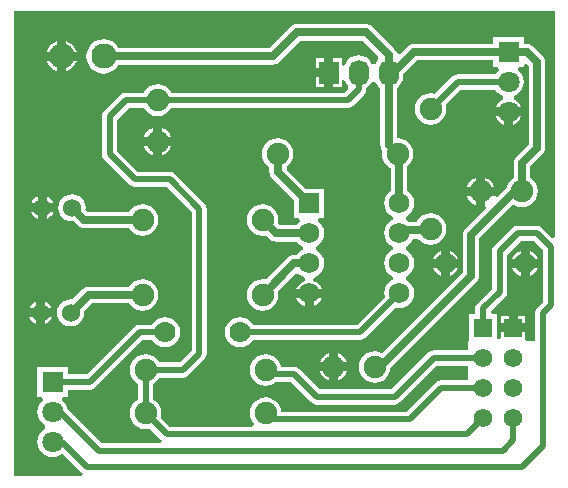
<source format=gbl>
G04 Layer_Physical_Order=2*
G04 Layer_Color=11436288*
%FSAX25Y25*%
%MOIN*%
G70*
G01*
G75*
%ADD10C,0.02000*%
%ADD11C,0.02500*%
%ADD12C,0.08386*%
%ADD13C,0.07500*%
%ADD14C,0.06000*%
%ADD15R,0.07087X0.07087*%
%ADD16C,0.07087*%
%ADD17C,0.06200*%
%ADD18R,0.06200X0.06200*%
%ADD19R,0.06693X0.07693*%
%ADD20O,0.06693X0.08693*%
%ADD21C,0.07000*%
%ADD22C,0.06906*%
%ADD23R,0.06906X0.06906*%
G36*
X0285000Y0177411D02*
X0284076Y0177029D01*
X0280802Y0180302D01*
X0279976Y0180855D01*
X0279000Y0181049D01*
X0272500D01*
X0271525Y0180855D01*
X0270698Y0180302D01*
X0264698Y0174302D01*
X0264145Y0173476D01*
X0263951Y0172500D01*
Y0160056D01*
X0259198Y0155302D01*
X0258645Y0154475D01*
X0258451Y0153500D01*
Y0151600D01*
X0256400D01*
Y0142504D01*
X0256004D01*
X0256000Y0142500D01*
Y0139549D01*
X0244500D01*
X0243525Y0139355D01*
X0242698Y0138802D01*
X0230444Y0126549D01*
X0206556D01*
X0199803Y0133302D01*
X0198976Y0133855D01*
X0198000Y0134049D01*
X0193657D01*
X0193615Y0134370D01*
X0193086Y0135647D01*
X0192244Y0136744D01*
X0191148Y0137585D01*
X0189871Y0138115D01*
X0188500Y0138295D01*
X0187129Y0138115D01*
X0185852Y0137585D01*
X0184756Y0136744D01*
X0183914Y0135647D01*
X0183385Y0134370D01*
X0183205Y0133000D01*
X0183385Y0131629D01*
X0183914Y0130352D01*
X0184756Y0129255D01*
X0185852Y0128414D01*
X0187129Y0127885D01*
X0188500Y0127704D01*
X0189871Y0127885D01*
X0191148Y0128414D01*
X0191847Y0128951D01*
X0196944D01*
X0203698Y0122198D01*
X0204524Y0121645D01*
X0205500Y0121451D01*
X0231500D01*
X0232475Y0121645D01*
X0233302Y0122198D01*
X0245556Y0134451D01*
X0256000D01*
Y0129549D01*
X0247000D01*
X0246024Y0129355D01*
X0245198Y0128802D01*
X0235444Y0119049D01*
X0193723D01*
X0193615Y0119870D01*
X0193086Y0121147D01*
X0192244Y0122244D01*
X0191148Y0123085D01*
X0189871Y0123615D01*
X0188500Y0123795D01*
X0187129Y0123615D01*
X0185852Y0123085D01*
X0184756Y0122244D01*
X0183914Y0121147D01*
X0183385Y0119870D01*
X0183205Y0118500D01*
X0183385Y0117129D01*
X0183914Y0115852D01*
X0184530Y0115049D01*
X0184131Y0114049D01*
X0156555D01*
X0153574Y0117031D01*
X0153615Y0117129D01*
X0153795Y0118500D01*
X0153615Y0119870D01*
X0153086Y0121147D01*
X0152244Y0122244D01*
X0151148Y0123085D01*
X0151049Y0123126D01*
Y0128373D01*
X0151148Y0128414D01*
X0152244Y0129255D01*
X0153086Y0130352D01*
X0153127Y0130451D01*
X0161000D01*
X0161975Y0130645D01*
X0162802Y0131197D01*
X0168253Y0136649D01*
X0168806Y0137476D01*
X0169000Y0138451D01*
Y0186549D01*
X0168806Y0187524D01*
X0168253Y0188351D01*
X0158302Y0198302D01*
X0157475Y0198855D01*
X0156500Y0199049D01*
X0146056D01*
X0139049Y0206056D01*
Y0216444D01*
X0142946Y0220341D01*
X0147873D01*
X0147914Y0220243D01*
X0148755Y0219146D01*
X0149852Y0218304D01*
X0151129Y0217775D01*
X0152499Y0217595D01*
X0153870Y0217775D01*
X0155147Y0218304D01*
X0156244Y0219146D01*
X0157085Y0220243D01*
X0157126Y0220341D01*
X0215890D01*
X0216866Y0220535D01*
X0217693Y0221088D01*
X0221302Y0224698D01*
X0221855Y0225525D01*
X0222049Y0226500D01*
Y0226847D01*
X0222956Y0227543D01*
X0223733Y0228556D01*
X0223959Y0229100D01*
X0225041D01*
X0225267Y0228556D01*
X0226044Y0227543D01*
X0226726Y0227020D01*
Y0208000D01*
X0226821Y0207282D01*
X0227098Y0206613D01*
X0227370Y0206258D01*
X0227205Y0205000D01*
X0227385Y0203629D01*
X0227914Y0202352D01*
X0228756Y0201255D01*
X0229852Y0200414D01*
X0230226Y0200259D01*
Y0192614D01*
X0229468Y0192032D01*
X0228674Y0190998D01*
X0228175Y0189793D01*
X0228005Y0188500D01*
X0228175Y0187207D01*
X0228674Y0186002D01*
X0229468Y0184968D01*
X0230502Y0184174D01*
X0230822Y0184041D01*
Y0182959D01*
X0230502Y0182826D01*
X0229468Y0182032D01*
X0228674Y0180998D01*
X0228175Y0179793D01*
X0228005Y0178500D01*
X0228175Y0177207D01*
X0228674Y0176002D01*
X0229468Y0174968D01*
X0230502Y0174174D01*
X0230822Y0174041D01*
Y0172959D01*
X0230502Y0172826D01*
X0229468Y0172032D01*
X0228674Y0170998D01*
X0228175Y0169793D01*
X0228005Y0168500D01*
X0228175Y0167207D01*
X0228674Y0166002D01*
X0229468Y0164968D01*
X0230502Y0164174D01*
X0230822Y0164041D01*
Y0162959D01*
X0230502Y0162826D01*
X0229468Y0162032D01*
X0228674Y0160998D01*
X0228175Y0159793D01*
X0228005Y0158500D01*
X0228166Y0157271D01*
X0218944Y0148049D01*
X0184346D01*
X0183566Y0149066D01*
X0182522Y0149867D01*
X0181305Y0150371D01*
X0180000Y0150543D01*
X0178695Y0150371D01*
X0177478Y0149867D01*
X0176434Y0149066D01*
X0175633Y0148022D01*
X0175129Y0146805D01*
X0174957Y0145500D01*
X0175129Y0144195D01*
X0175633Y0142978D01*
X0176434Y0141934D01*
X0177478Y0141132D01*
X0178695Y0140629D01*
X0180000Y0140457D01*
X0181305Y0140629D01*
X0182522Y0141132D01*
X0183566Y0141934D01*
X0184346Y0142951D01*
X0220000D01*
X0220975Y0143145D01*
X0221802Y0143698D01*
X0231771Y0153666D01*
X0233000Y0153505D01*
X0234293Y0153675D01*
X0235498Y0154174D01*
X0236532Y0154968D01*
X0237326Y0156002D01*
X0237825Y0157207D01*
X0237996Y0158500D01*
X0237825Y0159793D01*
X0237326Y0160998D01*
X0236532Y0162032D01*
X0235498Y0162826D01*
X0235178Y0162959D01*
Y0164041D01*
X0235498Y0164174D01*
X0236532Y0164968D01*
X0237326Y0166002D01*
X0237825Y0167207D01*
X0237996Y0168500D01*
X0237825Y0169793D01*
X0237326Y0170998D01*
X0236532Y0172032D01*
X0235498Y0172826D01*
X0235178Y0172959D01*
Y0174041D01*
X0235498Y0174174D01*
X0236532Y0174968D01*
X0237326Y0176002D01*
X0237626Y0176726D01*
X0239395D01*
X0239756Y0176256D01*
X0240853Y0175414D01*
X0242130Y0174885D01*
X0243500Y0174705D01*
X0244871Y0174885D01*
X0246148Y0175414D01*
X0247245Y0176256D01*
X0248086Y0177352D01*
X0248615Y0178630D01*
X0248796Y0180000D01*
X0248615Y0181370D01*
X0248086Y0182648D01*
X0247245Y0183744D01*
X0246148Y0184586D01*
X0244871Y0185115D01*
X0243500Y0185295D01*
X0242130Y0185115D01*
X0240853Y0184586D01*
X0239756Y0183744D01*
X0238914Y0182648D01*
X0238760Y0182274D01*
X0236218D01*
X0235498Y0182826D01*
X0235178Y0182959D01*
Y0184041D01*
X0235498Y0184174D01*
X0236532Y0184968D01*
X0237326Y0186002D01*
X0237825Y0187207D01*
X0237996Y0188500D01*
X0237825Y0189793D01*
X0237326Y0190998D01*
X0236532Y0192032D01*
X0235774Y0192614D01*
Y0200894D01*
X0236244Y0201255D01*
X0237086Y0202352D01*
X0237615Y0203629D01*
X0237795Y0205000D01*
X0237615Y0206370D01*
X0237086Y0207647D01*
X0236244Y0208744D01*
X0235148Y0209585D01*
X0233871Y0210115D01*
X0232500Y0210295D01*
X0232274Y0210493D01*
Y0227020D01*
X0232957Y0227543D01*
X0233733Y0228556D01*
X0234222Y0229735D01*
X0234388Y0231000D01*
Y0231466D01*
X0239149Y0236226D01*
X0264457D01*
Y0233957D01*
X0266033D01*
X0266372Y0232957D01*
X0265903Y0232597D01*
X0265099Y0231549D01*
X0252500D01*
X0251524Y0231355D01*
X0250698Y0230802D01*
X0244969Y0225074D01*
X0244871Y0225115D01*
X0243500Y0225295D01*
X0242130Y0225115D01*
X0240853Y0224586D01*
X0239756Y0223744D01*
X0238914Y0222648D01*
X0238385Y0221371D01*
X0238205Y0220000D01*
X0238385Y0218630D01*
X0238914Y0217352D01*
X0239756Y0216256D01*
X0240853Y0215414D01*
X0242130Y0214885D01*
X0243500Y0214705D01*
X0244871Y0214885D01*
X0246148Y0215414D01*
X0247245Y0216256D01*
X0248086Y0217352D01*
X0248615Y0218630D01*
X0248796Y0220000D01*
X0248615Y0221371D01*
X0248574Y0221469D01*
X0253556Y0226451D01*
X0265099D01*
X0265903Y0225403D01*
X0266957Y0224595D01*
X0267739Y0224271D01*
Y0223188D01*
X0267209Y0222969D01*
X0266260Y0222240D01*
X0265531Y0221291D01*
X0265204Y0220500D01*
X0273796D01*
X0273469Y0221291D01*
X0272740Y0222240D01*
X0271791Y0222969D01*
X0271261Y0223188D01*
Y0224271D01*
X0272043Y0224595D01*
X0273097Y0225403D01*
X0273905Y0226457D01*
X0274413Y0227683D01*
X0274587Y0229000D01*
X0274413Y0230317D01*
X0273905Y0231543D01*
X0273097Y0232597D01*
X0272628Y0232957D01*
X0272968Y0233957D01*
X0274543D01*
Y0234728D01*
X0275467Y0235110D01*
X0276226Y0234351D01*
Y0208149D01*
X0272039Y0203961D01*
X0271598Y0203387D01*
X0271483Y0203110D01*
X0271321Y0202718D01*
X0271226Y0202000D01*
Y0197002D01*
X0270241Y0196246D01*
X0269399Y0195149D01*
X0268870Y0193872D01*
X0268858Y0193781D01*
X0265617Y0190540D01*
X0264927Y0191001D01*
X0261706D01*
Y0187780D01*
X0262167Y0187090D01*
X0254991Y0179914D01*
X0254550Y0179339D01*
X0254436Y0179062D01*
X0254273Y0178670D01*
X0254179Y0177953D01*
Y0165601D01*
X0227273Y0138696D01*
X0226261Y0139116D01*
X0224890Y0139296D01*
X0223520Y0139116D01*
X0222243Y0138586D01*
X0221146Y0137745D01*
X0220304Y0136648D01*
X0219775Y0135371D01*
X0219595Y0134001D01*
X0219775Y0132630D01*
X0220304Y0131353D01*
X0221146Y0130256D01*
X0222243Y0129415D01*
X0223520Y0128886D01*
X0224890Y0128705D01*
X0226261Y0128886D01*
X0227538Y0129415D01*
X0228635Y0130256D01*
X0229476Y0131353D01*
X0230005Y0132630D01*
X0230150Y0133727D01*
X0258914Y0162491D01*
X0259355Y0163066D01*
X0259632Y0163735D01*
X0259726Y0164453D01*
Y0176804D01*
X0271055Y0188132D01*
X0271338Y0187915D01*
X0272615Y0187386D01*
X0273985Y0187206D01*
X0275356Y0187386D01*
X0276633Y0187915D01*
X0277730Y0188757D01*
X0278571Y0189854D01*
X0279100Y0191131D01*
X0279280Y0192501D01*
X0279100Y0193872D01*
X0278571Y0195149D01*
X0277730Y0196246D01*
X0276774Y0196979D01*
Y0200851D01*
X0280961Y0205039D01*
X0281402Y0205613D01*
X0281679Y0206282D01*
X0281774Y0207000D01*
Y0235500D01*
X0281679Y0236218D01*
X0281402Y0236887D01*
X0280961Y0237461D01*
X0277461Y0240961D01*
X0276887Y0241402D01*
X0276610Y0241517D01*
X0276218Y0241679D01*
X0275500Y0241774D01*
X0274543D01*
Y0244043D01*
X0264457D01*
Y0241774D01*
X0238000D01*
X0237282Y0241679D01*
X0236613Y0241402D01*
X0236039Y0240961D01*
X0233259Y0238181D01*
X0232203Y0238540D01*
X0232179Y0238718D01*
X0231902Y0239387D01*
X0231461Y0239961D01*
X0223961Y0247461D01*
X0223387Y0247902D01*
X0223110Y0248017D01*
X0222718Y0248179D01*
X0222000Y0248274D01*
X0199000D01*
X0198282Y0248179D01*
X0197613Y0247902D01*
X0197039Y0247461D01*
X0189851Y0240274D01*
X0139513D01*
X0139473Y0240371D01*
X0138560Y0241560D01*
X0137371Y0242473D01*
X0135986Y0243046D01*
X0134500Y0243242D01*
X0133014Y0243046D01*
X0131629Y0242473D01*
X0130440Y0241560D01*
X0129527Y0240371D01*
X0128954Y0238986D01*
X0128758Y0237500D01*
X0128954Y0236014D01*
X0129527Y0234629D01*
X0130440Y0233440D01*
X0131629Y0232527D01*
X0133014Y0231954D01*
X0134500Y0231758D01*
X0135986Y0231954D01*
X0137371Y0232527D01*
X0138560Y0233440D01*
X0139473Y0234629D01*
X0139513Y0234726D01*
X0191000D01*
X0191718Y0234821D01*
X0192110Y0234983D01*
X0192387Y0235098D01*
X0192961Y0235539D01*
X0200149Y0242726D01*
X0220851D01*
X0226117Y0237460D01*
X0226051Y0236463D01*
X0226044Y0236456D01*
X0225267Y0235444D01*
X0225041Y0234900D01*
X0223959D01*
X0223733Y0235444D01*
X0222956Y0236456D01*
X0221944Y0237233D01*
X0220765Y0237722D01*
X0219500Y0237888D01*
X0218235Y0237722D01*
X0217056Y0237233D01*
X0216043Y0236456D01*
X0215267Y0235444D01*
X0214778Y0234265D01*
X0213846Y0234499D01*
Y0236846D01*
X0211000D01*
Y0232000D01*
Y0227153D01*
X0213846D01*
Y0229501D01*
X0214778Y0229735D01*
X0215267Y0228556D01*
X0216043Y0227543D01*
X0216098Y0226703D01*
X0214834Y0225439D01*
X0157126D01*
X0157085Y0225538D01*
X0156244Y0226635D01*
X0155147Y0227476D01*
X0153870Y0228005D01*
X0152499Y0228186D01*
X0151129Y0228005D01*
X0149852Y0227476D01*
X0148755Y0226635D01*
X0147914Y0225538D01*
X0147873Y0225439D01*
X0141890D01*
X0140915Y0225245D01*
X0140088Y0224693D01*
X0134698Y0219302D01*
X0134145Y0218476D01*
X0133951Y0217500D01*
Y0205000D01*
X0134145Y0204025D01*
X0134698Y0203198D01*
X0143198Y0194698D01*
X0144025Y0194145D01*
X0145000Y0193951D01*
X0155444D01*
X0163902Y0185493D01*
Y0139507D01*
X0159944Y0135549D01*
X0153127D01*
X0153086Y0135647D01*
X0152244Y0136744D01*
X0151148Y0137585D01*
X0149871Y0138115D01*
X0148500Y0138295D01*
X0147129Y0138115D01*
X0145852Y0137585D01*
X0144756Y0136744D01*
X0143914Y0135647D01*
X0143385Y0134370D01*
X0143205Y0133000D01*
X0143385Y0131629D01*
X0143914Y0130352D01*
X0144756Y0129255D01*
X0145852Y0128414D01*
X0145951Y0128373D01*
Y0123126D01*
X0145852Y0123085D01*
X0144756Y0122244D01*
X0143914Y0121147D01*
X0143385Y0119870D01*
X0143205Y0118500D01*
X0143385Y0117129D01*
X0143914Y0115852D01*
X0144756Y0114755D01*
X0145852Y0113914D01*
X0147129Y0113385D01*
X0148500Y0113204D01*
X0149871Y0113385D01*
X0149969Y0113426D01*
X0153697Y0109698D01*
X0153920Y0109549D01*
X0153616Y0108549D01*
X0134056D01*
X0122432Y0120172D01*
X0122414Y0120317D01*
X0121905Y0121543D01*
X0121097Y0122597D01*
X0120628Y0122957D01*
X0120967Y0123957D01*
X0122543D01*
Y0126451D01*
X0130000D01*
X0130975Y0126645D01*
X0131802Y0127198D01*
X0147556Y0142951D01*
X0150654D01*
X0151434Y0141934D01*
X0152478Y0141132D01*
X0153695Y0140629D01*
X0155000Y0140457D01*
X0156305Y0140629D01*
X0157522Y0141132D01*
X0158566Y0141934D01*
X0159368Y0142978D01*
X0159871Y0144195D01*
X0160043Y0145500D01*
X0159871Y0146805D01*
X0159368Y0148022D01*
X0158566Y0149066D01*
X0157522Y0149867D01*
X0156305Y0150371D01*
X0155000Y0150543D01*
X0153695Y0150371D01*
X0152478Y0149867D01*
X0151434Y0149066D01*
X0150654Y0148049D01*
X0146500D01*
X0145525Y0147855D01*
X0144698Y0147302D01*
X0128944Y0131549D01*
X0122543D01*
Y0134043D01*
X0112457D01*
Y0123957D01*
X0114032D01*
X0114372Y0122957D01*
X0113903Y0122597D01*
X0113095Y0121543D01*
X0112586Y0120317D01*
X0112413Y0119000D01*
X0112586Y0117683D01*
X0113095Y0116457D01*
X0113903Y0115403D01*
X0114957Y0114595D01*
X0115086Y0114541D01*
Y0113459D01*
X0114957Y0113405D01*
X0113903Y0112597D01*
X0113095Y0111543D01*
X0112586Y0110317D01*
X0112413Y0109000D01*
X0112586Y0107683D01*
X0113095Y0106457D01*
X0113903Y0105403D01*
X0114957Y0104595D01*
X0116183Y0104086D01*
X0117500Y0103913D01*
X0118817Y0104086D01*
X0120043Y0104595D01*
X0120755Y0105140D01*
X0127198Y0098698D01*
X0127493Y0098500D01*
X0127190Y0097500D01*
X0104500D01*
Y0252500D01*
X0285000D01*
Y0177411D01*
D02*
G37*
G36*
X0280951Y0172944D02*
Y0155556D01*
X0279198Y0153802D01*
X0278645Y0152975D01*
X0278451Y0152000D01*
Y0142504D01*
X0275936D01*
X0275100Y0142900D01*
X0275100Y0143504D01*
Y0145500D01*
X0266900D01*
Y0143746D01*
X0266410Y0143348D01*
X0265900Y0143185D01*
X0265600Y0143368D01*
Y0151600D01*
X0263925D01*
X0263705Y0152600D01*
X0268302Y0157198D01*
X0268855Y0158025D01*
X0269049Y0159000D01*
Y0171444D01*
X0273556Y0175951D01*
X0277944D01*
X0280951Y0172944D01*
D02*
G37*
%LPC*%
G36*
X0207198Y0157000D02*
X0204500D01*
Y0154302D01*
X0205246Y0154611D01*
X0206176Y0155324D01*
X0206890Y0156254D01*
X0207198Y0157000D01*
D02*
G37*
G36*
X0252749Y0167000D02*
X0250000D01*
Y0164251D01*
X0250769Y0164569D01*
X0251709Y0165291D01*
X0252431Y0166231D01*
X0252749Y0167000D01*
D02*
G37*
G36*
X0147500Y0163296D02*
X0146130Y0163115D01*
X0144852Y0162586D01*
X0143756Y0161745D01*
X0143011Y0160774D01*
X0129500D01*
X0128782Y0160679D01*
X0128113Y0160402D01*
X0127539Y0159962D01*
X0124045Y0156467D01*
X0123500Y0156539D01*
X0122325Y0156384D01*
X0121231Y0155931D01*
X0120291Y0155209D01*
X0119569Y0154269D01*
X0119116Y0153175D01*
X0118961Y0152000D01*
X0119116Y0150825D01*
X0119569Y0149731D01*
X0120291Y0148791D01*
X0121231Y0148069D01*
X0122325Y0147616D01*
X0123500Y0147461D01*
X0124675Y0147616D01*
X0125769Y0148069D01*
X0126709Y0148791D01*
X0127431Y0149731D01*
X0127884Y0150825D01*
X0128039Y0152000D01*
X0127967Y0152544D01*
X0130649Y0155227D01*
X0143011D01*
X0143756Y0154256D01*
X0144852Y0153414D01*
X0146130Y0152885D01*
X0147500Y0152705D01*
X0148871Y0152885D01*
X0150148Y0153414D01*
X0151244Y0154256D01*
X0152086Y0155353D01*
X0152615Y0156630D01*
X0152795Y0158000D01*
X0152615Y0159371D01*
X0152086Y0160648D01*
X0151244Y0161745D01*
X0150148Y0162586D01*
X0148871Y0163115D01*
X0147500Y0163296D01*
D02*
G37*
G36*
X0247000Y0167000D02*
X0244251D01*
X0244569Y0166231D01*
X0245291Y0165291D01*
X0246231Y0164569D01*
X0247000Y0164251D01*
Y0167000D01*
D02*
G37*
G36*
X0250000Y0172749D02*
Y0170000D01*
X0252749D01*
X0252431Y0170769D01*
X0251709Y0171709D01*
X0250769Y0172431D01*
X0250000Y0172749D01*
D02*
G37*
G36*
X0273500D02*
X0272731Y0172431D01*
X0271791Y0171709D01*
X0271069Y0170769D01*
X0270751Y0170000D01*
X0273500D01*
Y0172749D01*
D02*
G37*
G36*
X0247000D02*
X0246231Y0172431D01*
X0245291Y0171709D01*
X0244569Y0170769D01*
X0244251Y0170000D01*
X0247000D01*
Y0172749D01*
D02*
G37*
G36*
X0273500Y0167000D02*
X0270751D01*
X0271069Y0166231D01*
X0271791Y0165291D01*
X0272731Y0164569D01*
X0273500Y0164251D01*
Y0167000D01*
D02*
G37*
G36*
X0279249D02*
X0276500D01*
Y0164251D01*
X0277269Y0164569D01*
X0278209Y0165291D01*
X0278931Y0166231D01*
X0279249Y0167000D01*
D02*
G37*
G36*
X0201500Y0157000D02*
X0198802D01*
X0199110Y0156254D01*
X0199824Y0155324D01*
X0200754Y0154611D01*
X0201500Y0154302D01*
Y0157000D01*
D02*
G37*
G36*
X0212611Y0138521D02*
Y0135501D01*
X0215631D01*
X0215260Y0136396D01*
X0214499Y0137388D01*
X0213507Y0138150D01*
X0212611Y0138521D01*
D02*
G37*
G36*
X0112000Y0150500D02*
X0109792D01*
X0110006Y0149983D01*
X0110647Y0149147D01*
X0111483Y0148506D01*
X0112000Y0148292D01*
Y0150500D01*
D02*
G37*
G36*
X0209611Y0138521D02*
X0208716Y0138150D01*
X0207723Y0137388D01*
X0206962Y0136396D01*
X0206591Y0135501D01*
X0209611D01*
Y0138521D01*
D02*
G37*
G36*
Y0132501D02*
X0206591D01*
X0206962Y0131605D01*
X0207723Y0130613D01*
X0208716Y0129851D01*
X0209611Y0129481D01*
Y0132501D01*
D02*
G37*
G36*
X0215631D02*
X0212611D01*
Y0129481D01*
X0213507Y0129851D01*
X0214499Y0130613D01*
X0215260Y0131605D01*
X0215631Y0132501D01*
D02*
G37*
G36*
X0112000Y0155708D02*
X0111483Y0155494D01*
X0110647Y0154853D01*
X0110006Y0154017D01*
X0109792Y0153500D01*
X0112000D01*
Y0155708D01*
D02*
G37*
G36*
X0115000D02*
Y0153500D01*
X0117208D01*
X0116994Y0154017D01*
X0116353Y0154853D01*
X0115517Y0155494D01*
X0115000Y0155708D01*
D02*
G37*
G36*
X0275100Y0151100D02*
X0272500D01*
Y0148500D01*
X0275100D01*
Y0151100D01*
D02*
G37*
G36*
X0117208Y0150500D02*
X0115000D01*
Y0148292D01*
X0115517Y0148506D01*
X0116353Y0149147D01*
X0116994Y0149983D01*
X0117208Y0150500D01*
D02*
G37*
G36*
X0269500Y0151100D02*
X0266900D01*
Y0148500D01*
X0269500D01*
Y0151100D01*
D02*
G37*
G36*
X0276500Y0172749D02*
Y0170000D01*
X0279249D01*
X0278931Y0170769D01*
X0278209Y0171709D01*
X0277269Y0172431D01*
X0276500Y0172749D01*
D02*
G37*
G36*
X0273796Y0217500D02*
X0271000D01*
Y0214704D01*
X0271791Y0215031D01*
X0272740Y0215760D01*
X0273469Y0216709D01*
X0273796Y0217500D01*
D02*
G37*
G36*
X0208000Y0230500D02*
X0205154D01*
Y0227153D01*
X0208000D01*
Y0230500D01*
D02*
G37*
G36*
X0268000Y0217500D02*
X0265204D01*
X0265531Y0216709D01*
X0266260Y0215760D01*
X0267209Y0215031D01*
X0268000Y0214704D01*
Y0217500D01*
D02*
G37*
G36*
X0150999Y0213631D02*
X0150104Y0213260D01*
X0149112Y0212499D01*
X0148350Y0211507D01*
X0147979Y0210611D01*
X0150999D01*
Y0213631D01*
D02*
G37*
G36*
X0153999D02*
Y0210611D01*
X0157019D01*
X0156649Y0211507D01*
X0155887Y0212499D01*
X0154895Y0213260D01*
X0153999Y0213631D01*
D02*
G37*
G36*
X0119000Y0242499D02*
X0117881Y0242036D01*
X0116796Y0241204D01*
X0115964Y0240119D01*
X0115500Y0239000D01*
X0119000D01*
Y0242499D01*
D02*
G37*
G36*
X0122000D02*
Y0239000D01*
X0125499D01*
X0125036Y0240119D01*
X0124204Y0241204D01*
X0123119Y0242036D01*
X0122000Y0242499D01*
D02*
G37*
G36*
X0208000Y0236846D02*
X0205154D01*
Y0233500D01*
X0208000D01*
Y0236846D01*
D02*
G37*
G36*
X0119000Y0236000D02*
X0115500D01*
X0115964Y0234881D01*
X0116796Y0233796D01*
X0117881Y0232964D01*
X0119000Y0232501D01*
Y0236000D01*
D02*
G37*
G36*
X0125499D02*
X0122000D01*
Y0232501D01*
X0123119Y0232964D01*
X0124204Y0233796D01*
X0125036Y0234881D01*
X0125499Y0236000D01*
D02*
G37*
G36*
X0157019Y0207611D02*
X0153999D01*
Y0204591D01*
X0154895Y0204962D01*
X0155887Y0205723D01*
X0156649Y0206715D01*
X0157019Y0207611D01*
D02*
G37*
G36*
X0117708Y0185500D02*
X0115500D01*
Y0183292D01*
X0116017Y0183506D01*
X0116853Y0184147D01*
X0117494Y0184983D01*
X0117708Y0185500D01*
D02*
G37*
G36*
X0258706Y0191001D02*
X0255686D01*
X0256057Y0190106D01*
X0256818Y0189113D01*
X0257810Y0188352D01*
X0258706Y0187981D01*
Y0191001D01*
D02*
G37*
G36*
X0112500Y0185500D02*
X0110292D01*
X0110506Y0184983D01*
X0111147Y0184147D01*
X0111983Y0183506D01*
X0112500Y0183292D01*
Y0185500D01*
D02*
G37*
G36*
X0124000Y0191539D02*
X0122825Y0191384D01*
X0121731Y0190931D01*
X0120791Y0190209D01*
X0120069Y0189269D01*
X0119616Y0188175D01*
X0119461Y0187000D01*
X0119616Y0185825D01*
X0120069Y0184731D01*
X0120791Y0183791D01*
X0121731Y0183069D01*
X0122825Y0182616D01*
X0124000Y0182461D01*
X0124545Y0182533D01*
X0126038Y0181039D01*
X0126613Y0180598D01*
X0126890Y0180483D01*
X0127282Y0180321D01*
X0128000Y0180227D01*
X0143011D01*
X0143756Y0179256D01*
X0144852Y0178414D01*
X0146130Y0177885D01*
X0147500Y0177705D01*
X0148871Y0177885D01*
X0150148Y0178414D01*
X0151244Y0179256D01*
X0152086Y0180353D01*
X0152615Y0181630D01*
X0152795Y0183000D01*
X0152615Y0184371D01*
X0152086Y0185648D01*
X0151244Y0186745D01*
X0150148Y0187586D01*
X0148871Y0188115D01*
X0147500Y0188296D01*
X0146130Y0188115D01*
X0144852Y0187586D01*
X0143756Y0186745D01*
X0143011Y0185774D01*
X0129149D01*
X0128467Y0186456D01*
X0128539Y0187000D01*
X0128384Y0188175D01*
X0127931Y0189269D01*
X0127209Y0190209D01*
X0126269Y0190931D01*
X0125175Y0191384D01*
X0124000Y0191539D01*
D02*
G37*
G36*
X0192500Y0210295D02*
X0191130Y0210115D01*
X0189852Y0209585D01*
X0188756Y0208744D01*
X0187914Y0207647D01*
X0187385Y0206370D01*
X0187205Y0205000D01*
X0187385Y0203629D01*
X0187914Y0202352D01*
X0188756Y0201255D01*
X0189726Y0200511D01*
Y0199000D01*
X0189821Y0198282D01*
X0189983Y0197890D01*
X0190098Y0197613D01*
X0190539Y0197039D01*
X0198047Y0189530D01*
Y0183547D01*
X0199799D01*
X0200139Y0182547D01*
X0199468Y0182032D01*
X0198886Y0181274D01*
X0193406D01*
X0192674Y0182077D01*
X0192795Y0183000D01*
X0192615Y0184371D01*
X0192086Y0185648D01*
X0191244Y0186745D01*
X0190148Y0187586D01*
X0188871Y0188115D01*
X0187500Y0188296D01*
X0186129Y0188115D01*
X0184852Y0187586D01*
X0183756Y0186745D01*
X0182914Y0185648D01*
X0182385Y0184371D01*
X0182205Y0183000D01*
X0182385Y0181630D01*
X0182914Y0180353D01*
X0183756Y0179256D01*
X0184852Y0178414D01*
X0186129Y0177885D01*
X0187500Y0177705D01*
X0188713Y0177865D01*
X0190039Y0176539D01*
X0190613Y0176098D01*
X0191282Y0175821D01*
X0192000Y0175726D01*
X0198886D01*
X0199468Y0174968D01*
X0200502Y0174174D01*
X0200822Y0174041D01*
Y0172959D01*
X0200502Y0172826D01*
X0199468Y0172032D01*
X0198886Y0171274D01*
X0198000D01*
X0197282Y0171179D01*
X0196613Y0170902D01*
X0196038Y0170461D01*
X0188713Y0163136D01*
X0187500Y0163296D01*
X0186129Y0163115D01*
X0184852Y0162586D01*
X0183756Y0161745D01*
X0182914Y0160648D01*
X0182385Y0159371D01*
X0182205Y0158000D01*
X0182385Y0156630D01*
X0182914Y0155353D01*
X0183756Y0154256D01*
X0184852Y0153414D01*
X0186129Y0152885D01*
X0187500Y0152705D01*
X0188871Y0152885D01*
X0190148Y0153414D01*
X0191244Y0154256D01*
X0192086Y0155353D01*
X0192615Y0156630D01*
X0192795Y0158000D01*
X0192636Y0159213D01*
X0198463Y0165041D01*
X0199461Y0164976D01*
X0199468Y0164968D01*
X0200502Y0164174D01*
X0201496Y0163762D01*
X0201590Y0163038D01*
X0201529Y0162710D01*
X0200754Y0162390D01*
X0199824Y0161676D01*
X0199110Y0160746D01*
X0198802Y0160000D01*
X0207198D01*
X0206890Y0160746D01*
X0206176Y0161676D01*
X0205246Y0162390D01*
X0204471Y0162710D01*
X0204410Y0163038D01*
X0204504Y0163762D01*
X0205498Y0164174D01*
X0206532Y0164968D01*
X0207326Y0166002D01*
X0207825Y0167207D01*
X0207996Y0168500D01*
X0207825Y0169793D01*
X0207326Y0170998D01*
X0206532Y0172032D01*
X0205498Y0172826D01*
X0205178Y0172959D01*
Y0174041D01*
X0205498Y0174174D01*
X0206532Y0174968D01*
X0207326Y0176002D01*
X0207825Y0177207D01*
X0207996Y0178500D01*
X0207825Y0179793D01*
X0207326Y0180998D01*
X0206532Y0182032D01*
X0205861Y0182547D01*
X0206201Y0183547D01*
X0207953D01*
Y0193453D01*
X0201970D01*
X0195743Y0199680D01*
X0195814Y0200925D01*
X0196244Y0201255D01*
X0197086Y0202352D01*
X0197615Y0203629D01*
X0197795Y0205000D01*
X0197615Y0206370D01*
X0197086Y0207647D01*
X0196244Y0208744D01*
X0195148Y0209585D01*
X0193870Y0210115D01*
X0192500Y0210295D01*
D02*
G37*
G36*
X0261706Y0197021D02*
Y0194001D01*
X0264726D01*
X0264355Y0194897D01*
X0263594Y0195889D01*
X0262601Y0196650D01*
X0261706Y0197021D01*
D02*
G37*
G36*
X0150999Y0207611D02*
X0147979D01*
X0148350Y0206715D01*
X0149112Y0205723D01*
X0150104Y0204962D01*
X0150999Y0204591D01*
Y0207611D01*
D02*
G37*
G36*
X0258706Y0197021D02*
X0257810Y0196650D01*
X0256818Y0195889D01*
X0256057Y0194897D01*
X0255686Y0194001D01*
X0258706D01*
Y0197021D01*
D02*
G37*
G36*
X0112500Y0190708D02*
X0111983Y0190494D01*
X0111147Y0189853D01*
X0110506Y0189017D01*
X0110292Y0188500D01*
X0112500D01*
Y0190708D01*
D02*
G37*
G36*
X0115500D02*
Y0188500D01*
X0117708D01*
X0117494Y0189017D01*
X0116853Y0189853D01*
X0116017Y0190494D01*
X0115500Y0190708D01*
D02*
G37*
%LPD*%
D10*
X0252500Y0229000D02*
X0269500D01*
X0243500Y0220000D02*
X0252500Y0229000D01*
X0243500Y0218500D02*
Y0220000D01*
X0188500Y0131500D02*
X0198000D01*
X0244500Y0137000D02*
X0261000D01*
X0188500Y0116500D02*
X0236500D01*
X0247000Y0127000D01*
X0261000D01*
X0198000Y0131500D02*
X0205500Y0124000D01*
X0231500D01*
X0244500Y0137000D01*
X0117500Y0119000D02*
X0120000D01*
X0271000Y0109500D02*
Y0117000D01*
X0120000Y0119000D02*
X0133000Y0106000D01*
X0267500D01*
X0271000Y0109500D01*
X0117500Y0109000D02*
X0120500D01*
X0129000Y0100500D01*
X0274000D01*
X0281000Y0107500D01*
Y0152000D01*
X0148500Y0118500D02*
X0155500Y0111500D01*
X0255500D01*
X0261000Y0117000D01*
X0148500Y0118500D02*
Y0132000D01*
X0219500Y0226500D02*
Y0232000D01*
X0215890Y0222890D02*
X0219500Y0226500D01*
X0148500Y0133000D02*
X0161000D01*
X0152499Y0222890D02*
X0215890D01*
X0117500Y0129000D02*
X0130000D01*
X0146500Y0145500D01*
X0155000D01*
X0180000D02*
X0220000D01*
X0233000Y0158500D01*
X0141890Y0222890D02*
X0152499D01*
X0145000Y0196500D02*
X0156500D01*
X0136500Y0205000D02*
X0145000Y0196500D01*
X0136500Y0205000D02*
Y0217500D01*
X0141890Y0222890D01*
X0272500Y0178500D02*
X0279000D01*
X0283500Y0174000D01*
Y0154500D02*
Y0174000D01*
X0281000Y0152000D02*
X0283500Y0154500D01*
X0266500Y0172500D02*
X0272500Y0178500D01*
X0261000Y0147000D02*
Y0153500D01*
X0266500Y0159000D01*
Y0172500D01*
X0161000Y0133000D02*
X0166451Y0138451D01*
Y0186549D01*
X0156500Y0196500D02*
X0166451Y0186549D01*
D11*
X0233000Y0179500D02*
X0243500D01*
X0274000Y0202000D02*
X0279000Y0207000D01*
X0274000Y0192501D02*
Y0202000D01*
X0271501Y0192501D02*
X0274000D01*
X0232500Y0205000D02*
X0233000Y0204500D01*
Y0188500D02*
Y0204500D01*
X0192500Y0199000D02*
Y0205000D01*
Y0199000D02*
X0203000Y0188500D01*
X0192000Y0178500D02*
X0203000D01*
X0187500Y0183000D02*
X0192000Y0178500D01*
X0198000Y0168500D02*
X0203000D01*
X0187500Y0158000D02*
X0198000Y0168500D01*
X0129500Y0158000D02*
X0147500D01*
X0123500Y0152000D02*
X0129500Y0158000D01*
X0128000Y0183000D02*
X0147500D01*
X0124000Y0187000D02*
X0128000Y0183000D01*
X0229500Y0232000D02*
X0231000D01*
X0238000Y0239000D01*
X0229500Y0208000D02*
X0232500Y0205000D01*
X0229500Y0208000D02*
Y0232000D01*
X0134500Y0237500D02*
X0191000D01*
X0199000Y0245500D01*
X0222000D01*
X0229500Y0238000D01*
Y0232000D02*
Y0238000D01*
X0238000Y0239000D02*
X0275500D01*
X0279000Y0235500D01*
Y0207000D02*
Y0235500D01*
X0224890Y0134001D02*
X0226501D01*
X0256953Y0164453D01*
Y0177953D01*
X0271501Y0192501D01*
D12*
X0120500Y0237500D02*
D03*
X0134500D02*
D03*
D13*
X0243500Y0220000D02*
D03*
Y0180000D02*
D03*
X0187500Y0183000D02*
D03*
X0147500D02*
D03*
X0187500Y0158000D02*
D03*
X0147500D02*
D03*
X0260206Y0192501D02*
D03*
X0273985D02*
D03*
X0192500Y0205000D02*
D03*
X0232500D02*
D03*
X0148500Y0133000D02*
D03*
X0188500D02*
D03*
X0148500Y0118500D02*
D03*
X0188500D02*
D03*
X0211111Y0134001D02*
D03*
X0224890D02*
D03*
X0152499Y0209111D02*
D03*
Y0222890D02*
D03*
D14*
X0114000Y0187000D02*
D03*
X0124000D02*
D03*
X0113500Y0152000D02*
D03*
X0123500D02*
D03*
D15*
X0269500Y0239000D02*
D03*
X0117500Y0129000D02*
D03*
D16*
X0269500Y0229000D02*
D03*
Y0219000D02*
D03*
X0117500Y0119000D02*
D03*
Y0109000D02*
D03*
D17*
X0261000Y0117000D02*
D03*
Y0137000D02*
D03*
Y0127000D02*
D03*
X0271000Y0117000D02*
D03*
Y0137000D02*
D03*
Y0127000D02*
D03*
D18*
X0261000Y0147000D02*
D03*
X0271000D02*
D03*
D19*
X0209500Y0232000D02*
D03*
D20*
X0219500D02*
D03*
X0229500D02*
D03*
D21*
X0155000Y0145500D02*
D03*
X0180000D02*
D03*
X0275000Y0168500D02*
D03*
X0248500D02*
D03*
D22*
X0233000Y0158500D02*
D03*
Y0168500D02*
D03*
Y0178500D02*
D03*
Y0188500D02*
D03*
X0203000Y0158500D02*
D03*
Y0168500D02*
D03*
Y0178500D02*
D03*
D23*
Y0188500D02*
D03*
M02*

</source>
